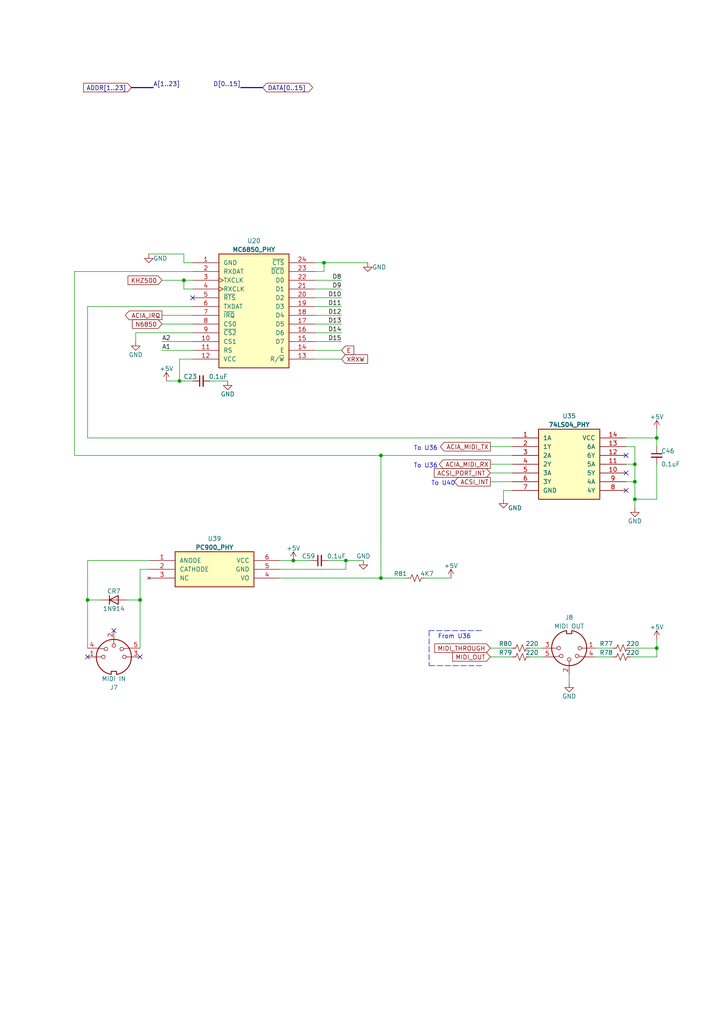
<source format=kicad_sch>
(kicad_sch (version 20211123) (generator eeschema)
  (paper "A4" portrait)
  (title_block (title "Converted schematics of Atari 260/520 ST") (date "2023-04-23") (rev "0") (comment 1 "…sporniket/kicad-conversions--atari-260-520-st-motherboard--c070231") (comment 2 "Original repository : https://github.com/…") (comment 4 "Reference : C070231"))
  (lib_symbols
    (symbol "74x04:74LS04_PHY" (pin_names (offset 1.27))
      (property "Reference" "U" (at 0 0 0))
      (property "Value" "74LS04_PHY" (at 0 0 0))
      (symbol "74LS04_PHY_0_0"
        (rectangle (start -8.89 10.16) (end 8.89 -10.16) (stroke (width 0.254)) (fill (type background)))
        (pin input line (at -16.51 7.62 0) (length 7.62) (name "1A") (number "1"))
        (pin output line (at 16.51 -2.54 180) (length 7.62) (name "5Y") (number "10"))
        (pin input line (at 16.51 0 180) (length 7.62) (name "5A") (number "11"))
        (pin output line (at 16.51 2.54 180) (length 7.62) (name "6Y") (number "12"))
        (pin input line (at 16.51 5.08 180) (length 7.62) (name "6A") (number "13"))
        (pin power_in line (at 16.51 7.62 180) (length 7.62) (name "VCC") (number "14"))
        (pin output line (at -16.51 5.08 0) (length 7.62) (name "1Y") (number "2"))
        (pin input line (at -16.51 2.54 0) (length 7.62) (name "2A") (number "3"))
        (pin output line (at -16.51 0 0) (length 7.62) (name "2Y") (number "4"))
        (pin input line (at -16.51 -2.54 0) (length 7.62) (name "3A") (number "5"))
        (pin output line (at -16.51 -5.08 0) (length 7.62) (name "3Y") (number "6"))
        (pin power_in line (at -16.51 -7.62 0) (length 7.62) (name "GND") (number "7"))
        (pin output line (at 16.51 -7.62 180) (length 7.62) (name "4Y") (number "8"))
        (pin input line (at 16.51 -5.08 180) (length 7.62) (name "4A") (number "9"))
      )
    )
    (symbol "Connector:DIN-5_180degree" (pin_names (offset 1.016))
      (property "Reference" "J" (at 3.175 5.715 0))
      (property "Value" "DIN-5_180degree" (at 0 -6.35 0))
      (symbol "DIN-5_180degree_0_1"
        (arc (start -5.08 0) (mid -3.8597 -3.3379) (end -0.762 -5.08) (stroke (width 0.254)))
        (circle (center -3.048 0) (radius 0.508))
        (circle (center -2.286 2.286) (radius 0.508))
        (polyline (pts (xy -5.08 0) (xy -3.556 0)))
        (polyline (pts (xy 0 5.08) (xy 0 3.81)))
        (polyline (pts (xy 5.08 0) (xy 3.556 0)))
        (polyline (pts (xy -5.08 2.54) (xy -4.318 2.54) (xy -2.794 2.286)))
        (polyline (pts (xy 5.08 2.54) (xy 4.318 2.54) (xy 2.794 2.286)))
        (polyline (pts (xy -0.762 -4.953) (xy -0.762 -4.191) (xy 0.762 -4.191) (xy 0.762 -4.953)) (stroke (width 0.254)))
        (circle (center 0 3.302) (radius 0.508))
        (arc (start 0.762 -5.08) (mid 3.8673 -3.3444) (end 5.08 0) (stroke (width 0.254)))
        (circle (center 2.286 2.286) (radius 0.508))
        (circle (center 3.048 0) (radius 0.508))
        (arc (start 5.08 0) (mid 0 5.08) (end -5.08 0) (stroke (width 0.254)))
      )
      (symbol "DIN-5_180degree_1_1"
        (pin passive line (at -7.62 0 0) (length 2.54) (name "~") (number "1"))
        (pin passive line (at 0 7.62 270) (length 2.54) (name "~") (number "2"))
        (pin passive line (at 7.62 0 180) (length 2.54) (name "~") (number "3"))
        (pin passive line (at -7.62 2.54 0) (length 2.54) (name "~") (number "4"))
        (pin passive line (at 7.62 2.54 180) (length 2.54) (name "~") (number "5"))
      )
    )
    (symbol "Device:C_Small" (pin_numbers hide) (pin_names (offset 0.254) hide)
      (property "Reference" "C" (at 0.254 1.778 0))
      (property "Value" "C_Small" (at 0.254 -2.032 0))
      (symbol "C_Small_0_1"
        (polyline (pts (xy -1.524 -0.508) (xy 1.524 -0.508)) (stroke (width 0.3302)))
        (polyline (pts (xy -1.524 0.508) (xy 1.524 0.508)) (stroke (width 0.3048)))
      )
      (symbol "C_Small_1_1"
        (pin passive line (at 0 2.54 270) (length 2.032) (name "~") (number "1"))
        (pin passive line (at 0 -2.54 90) (length 2.032) (name "~") (number "2"))
      )
    )
    (symbol "Device:D" (pin_numbers hide) (pin_names (offset 1.016) hide)
      (property "Reference" "D" (at 0 2.54 0))
      (property "Value" "D" (at 0 -2.54 0))
      (symbol "D_0_1"
        (polyline (pts (xy -1.27 1.27) (xy -1.27 -1.27)) (stroke (width 0.254)))
        (polyline (pts (xy 1.27 0) (xy -1.27 0)))
        (polyline (pts (xy 1.27 1.27) (xy 1.27 -1.27) (xy -1.27 0) (xy 1.27 1.27)) (stroke (width 0.254)))
      )
      (symbol "D_1_1"
        (pin passive line (at -3.81 0 0) (length 2.54) (name "K") (number "1"))
        (pin passive line (at 3.81 0 180) (length 2.54) (name "A") (number "2"))
      )
    )
    (symbol "Device:R_Small_US" (pin_numbers hide) (pin_names (offset 0.254) hide)
      (property "Reference" "R" (at 0.762 0.508 0))
      (property "Value" "R_Small_US" (at 0.762 -1.016 0))
      (symbol "R_Small_US_1_1"
        (polyline (pts (xy 0 0) (xy 1.016 -0.381) (xy 0 -0.762) (xy -1.016 -1.143) (xy 0 -1.524)))
        (polyline (pts (xy 0 1.524) (xy 1.016 1.143) (xy 0 0.762) (xy -1.016 0.381) (xy 0 0)))
        (pin passive line (at 0 2.54 270) (length 1.016) (name "~") (number "1"))
        (pin passive line (at 0 -2.54 90) (length 1.016) (name "~") (number "2"))
      )
    )
    (symbol "acia:MC6850_PHY" (pin_names (offset 1.27))
      (property "Reference" "U" (at 0 0 0))
      (property "Value" "MC6850_PHY" (at 0 0 0))
      (symbol "MC6850_PHY_0_0"
        (rectangle (start -10.16 16.51) (end 10.16 -16.51) (stroke (width 0.254)) (fill (type background)))
        (pin power_in line (at -17.78 13.97 0) (length 7.62) (name "GND") (number "1"))
        (pin input line (at -17.78 -8.89 0) (length 7.62) (name "CS1") (number "10"))
        (pin input line (at -17.78 -11.43 0) (length 7.62) (name "RS") (number "11"))
        (pin power_in line (at -17.78 -13.97 0) (length 7.62) (name "VCC") (number "12"))
        (pin input line (at 17.78 -13.97 180) (length 7.62) (name "R/~{W}") (number "13"))
        (pin input line (at 17.78 -11.43 180) (length 7.62) (name "E") (number "14"))
        (pin bidirectional line (at 17.78 -8.89 180) (length 7.62) (name "D7") (number "15"))
        (pin bidirectional line (at 17.78 -6.35 180) (length 7.62) (name "D6") (number "16"))
        (pin bidirectional line (at 17.78 -3.81 180) (length 7.62) (name "D5") (number "17"))
        (pin bidirectional line (at 17.78 -1.27 180) (length 7.62) (name "D4") (number "18"))
        (pin bidirectional line (at 17.78 1.27 180) (length 7.62) (name "D3") (number "19"))
        (pin input line (at -17.78 11.43 0) (length 7.62) (name "RXDAT") (number "2"))
        (pin bidirectional line (at 17.78 3.81 180) (length 7.62) (name "D2") (number "20"))
        (pin bidirectional line (at 17.78 6.35 180) (length 7.62) (name "D1") (number "21"))
        (pin bidirectional line (at 17.78 8.89 180) (length 7.62) (name "D0") (number "22"))
        (pin input line (at 17.78 11.43 180) (length 7.62) (name "~{DCD}") (number "23"))
        (pin input line (at 17.78 13.97 180) (length 7.62) (name "~{CTS}") (number "24"))
        (pin input clock (at -17.78 8.89 0) (length 7.62) (name "TXCLK") (number "3"))
        (pin input clock (at -17.78 6.35 0) (length 7.62) (name "RXCLK") (number "4"))
        (pin output line (at -17.78 3.81 0) (length 7.62) (name "~{RTS}") (number "5"))
        (pin output line (at -17.78 1.27 0) (length 7.62) (name "TXDAT") (number "6"))
        (pin open_collector line (at -17.78 -1.27 0) (length 7.62) (name "~{IRQ}") (number "7"))
        (pin input line (at -17.78 -3.81 0) (length 7.62) (name "CS0") (number "8"))
        (pin input line (at -17.78 -6.35 0) (length 7.62) (name "~{CS2}") (number "9"))
      )
    )
    (symbol "pc900-dip6:PC900_PHY" (pin_names (offset 1.27))
      (property "Reference" "U" (at 0 0 0))
      (property "Value" "PC900_PHY" (at 0 0 0))
      (symbol "PC900_PHY_0_0"
        (rectangle (start -11.43 5.08) (end 11.43 -5.08) (stroke (width 0.254)) (fill (type background)))
        (pin input line (at -19.05 2.54 0) (length 7.62) (name "ANODE") (number "1"))
        (pin output line (at -19.05 0 0) (length 7.62) (name "CATHODE") (number "2"))
        (pin no_connect line (at -19.05 -2.54 0) (length 7.62) (name "NC") (number "3"))
        (pin output line (at 19.05 -2.54 180) (length 7.62) (name "VO") (number "4"))
        (pin power_in line (at 19.05 0 180) (length 7.62) (name "GND") (number "5"))
        (pin power_in line (at 19.05 2.54 180) (length 7.62) (name "VCC") (number "6"))
      )
    )
    (symbol "power:+5V" (power) (pin_names (offset 0))
      (property "Value" "+5V" (at 0 3.556 0))
      (symbol "+5V_0_1"
        (polyline (pts (xy -0.762 1.27) (xy 0 2.54)))
        (polyline (pts (xy 0 0) (xy 0 2.54)))
        (polyline (pts (xy 0 2.54) (xy 0.762 1.27)))
      )
      (symbol "+5V_1_1"
        (pin power_in line (at 0 0 90) (length 0) hide (name "+5V") (number "1"))
      )
    )
    (symbol "power:GND" (power) (pin_names (offset 0))
      (property "Value" "GND" (at 0 -3.81 0))
      (symbol "GND_0_1"
        (polyline (pts (xy 0 0) (xy 0 -1.27) (xy 1.27 -1.27) (xy 0 -2.54) (xy -1.27 -1.27) (xy 0 -1.27)))
      )
      (symbol "GND_1_1"
        (pin power_in line (at 0 0 270) (length 0) hide (name "GND") (number "1"))
      )
    )
  )
  (junction (at 100.33 162.56))
  (junction (at 40.64 173.99))
  (junction (at 52.07 110.49))
  (junction (at 184.15 144.78))
  (junction (at 190.5 127))
  (junction (at 93.98 76.2))
  (junction (at 184.15 134.62))
  (junction (at 25.4 173.99))
  (junction (at 184.15 139.7))
  (junction (at 110.49 167.64))
  (junction (at 190.5 187.96))
  (junction (at 110.49 132.08))
  (junction (at 53.34 81.28))
  (junction (at 85.09 162.56))
  (no_connect (at 33.02 182.88))
  (no_connect (at 40.64 190.5))
  (no_connect (at 25.4 190.5))
  (no_connect (at 55.88 86.36))
  (no_connect (at 181.61 137.16))
  (no_connect (at 181.61 132.08))
  (no_connect (at 181.61 142.24))
  (wire (pts (xy 181.61 134.62) (xy 184.15 134.62)))
  (wire (pts (xy 81.28 162.56) (xy 85.09 162.56)))
  (wire (pts (xy 55.88 83.82) (xy 53.34 83.82)))
  (wire (pts (xy 142.24 134.62) (xy 148.59 134.62)))
  (wire (pts (xy 172.72 190.5) (xy 177.8 190.5)))
  (wire (pts (xy 81.28 165.1) (xy 100.33 165.1)))
  (wire (pts (xy 184.15 147.32) (xy 184.15 144.78)))
  (wire (pts (xy 153.67 190.5) (xy 157.48 190.5)))
  (wire (pts (xy 91.44 86.36) (xy 99.06 86.36)))
  (wire (pts (xy 95.25 162.56) (xy 100.33 162.56)))
  (wire (pts (xy 93.98 76.2) (xy 106.68 76.2)))
  (wire (pts (xy 190.5 187.96) (xy 190.5 190.5)))
  (wire (pts (xy 81.28 167.64) (xy 110.49 167.64)))
  (wire (pts (xy 181.61 129.54) (xy 184.15 129.54)))
  (wire (pts (xy 53.34 83.82) (xy 53.34 81.28)))
  (wire (pts (xy 43.18 73.66) (xy 53.34 73.66)))
  (wire (pts (xy 91.44 78.74) (xy 93.98 78.74)))
  (wire (pts (xy 148.59 142.24) (xy 146.05 142.24)))
  (wire (pts (xy 60.96 110.49) (xy 66.04 110.49)))
  (wire (pts (xy 36.83 173.99) (xy 40.64 173.99)))
  (wire (pts (xy 172.72 187.96) (xy 177.8 187.96)))
  (wire (pts (xy 46.99 101.6) (xy 55.88 101.6)))
  (wire (pts (xy 85.09 162.56) (xy 90.17 162.56)))
  (wire (pts (xy 21.59 132.08) (xy 110.49 132.08)))
  (wire (pts (xy 142.24 139.7) (xy 148.59 139.7)))
  (wire (pts (xy 25.4 173.99) (xy 29.21 173.99)))
  (wire (pts (xy 165.1 195.58) (xy 165.1 198.12)))
  (wire (pts (xy 182.88 187.96) (xy 190.5 187.96)))
  (polyline (pts (xy 124.46 193.04) (xy 139.7 193.04)))
  (wire (pts (xy 91.44 91.44) (xy 99.06 91.44)))
  (wire (pts (xy 91.44 81.28) (xy 99.06 81.28)))
  (wire (pts (xy 110.49 167.64) (xy 118.11 167.64)))
  (wire (pts (xy 91.44 96.52) (xy 99.06 96.52)))
  (wire (pts (xy 182.88 190.5) (xy 190.5 190.5)))
  (polyline (pts (xy 139.7 182.88) (xy 124.46 182.88)))
  (wire (pts (xy 21.59 78.74) (xy 21.59 132.08)))
  (wire (pts (xy 43.18 162.56) (xy 25.4 162.56)))
  (wire (pts (xy 110.49 132.08) (xy 148.59 132.08)))
  (wire (pts (xy 25.4 187.96) (xy 25.4 173.99)))
  (wire (pts (xy 190.5 127) (xy 190.5 129.54)))
  (wire (pts (xy 46.99 81.28) (xy 53.34 81.28)))
  (wire (pts (xy 190.5 144.78) (xy 190.5 134.62)))
  (wire (pts (xy 110.49 132.08) (xy 110.49 167.64)))
  (wire (pts (xy 40.64 173.99) (xy 40.64 187.96)))
  (wire (pts (xy 190.5 124.46) (xy 190.5 127)))
  (wire (pts (xy 190.5 185.42) (xy 190.5 187.96)))
  (wire (pts (xy 146.05 142.24) (xy 146.05 144.78)))
  (wire (pts (xy 25.4 88.9) (xy 55.88 88.9)))
  (wire (pts (xy 91.44 101.6) (xy 99.06 101.6)))
  (wire (pts (xy 184.15 134.62) (xy 184.15 139.7)))
  (wire (pts (xy 46.99 91.44) (xy 55.88 91.44)))
  (bus (pts (xy 69.85 25.4) (xy 76.2 25.4)))
  (wire (pts (xy 142.24 187.96) (xy 148.59 187.96)))
  (polyline (pts (xy 124.46 182.88) (xy 124.46 193.04)))
  (wire (pts (xy 25.4 162.56) (xy 25.4 173.99)))
  (wire (pts (xy 123.19 167.64) (xy 130.81 167.64)))
  (wire (pts (xy 53.34 76.2) (xy 55.88 76.2)))
  (wire (pts (xy 55.88 104.14) (xy 52.07 104.14)))
  (wire (pts (xy 52.07 104.14) (xy 52.07 110.49)))
  (wire (pts (xy 184.15 144.78) (xy 190.5 144.78)))
  (wire (pts (xy 46.99 93.98) (xy 55.88 93.98)))
  (wire (pts (xy 21.59 78.74) (xy 55.88 78.74)))
  (wire (pts (xy 25.4 88.9) (xy 25.4 127)))
  (wire (pts (xy 91.44 88.9) (xy 99.06 88.9)))
  (wire (pts (xy 39.37 96.52) (xy 55.88 96.52)))
  (wire (pts (xy 100.33 162.56) (xy 105.41 162.56)))
  (wire (pts (xy 40.64 165.1) (xy 40.64 173.99)))
  (wire (pts (xy 91.44 83.82) (xy 99.06 83.82)))
  (wire (pts (xy 142.24 137.16) (xy 148.59 137.16)))
  (wire (pts (xy 181.61 139.7) (xy 184.15 139.7)))
  (wire (pts (xy 52.07 110.49) (xy 55.88 110.49)))
  (wire (pts (xy 43.18 165.1) (xy 40.64 165.1)))
  (wire (pts (xy 181.61 127) (xy 190.5 127)))
  (wire (pts (xy 91.44 93.98) (xy 99.06 93.98)))
  (wire (pts (xy 93.98 78.74) (xy 93.98 76.2)))
  (wire (pts (xy 153.67 187.96) (xy 157.48 187.96)))
  (wire (pts (xy 142.24 190.5) (xy 148.59 190.5)))
  (wire (pts (xy 39.37 96.52) (xy 39.37 99.06)))
  (bus (pts (xy 38.1 25.4) (xy 44.45 25.4)))
  (wire (pts (xy 142.24 129.54) (xy 148.59 129.54)))
  (wire (pts (xy 48.26 110.49) (xy 52.07 110.49)))
  (wire (pts (xy 100.33 162.56) (xy 100.33 165.1)))
  (wire (pts (xy 184.15 139.7) (xy 184.15 144.78)))
  (wire (pts (xy 46.99 99.06) (xy 55.88 99.06)))
  (wire (pts (xy 91.44 76.2) (xy 93.98 76.2)))
  (wire (pts (xy 91.44 104.14) (xy 99.06 104.14)))
  (wire (pts (xy 91.44 99.06) (xy 99.06 99.06)))
  (wire (pts (xy 53.34 73.66) (xy 53.34 76.2)))
  (wire (pts (xy 184.15 129.54) (xy 184.15 134.62)))
  (wire (pts (xy 25.4 127) (xy 148.59 127)))
  (wire (pts (xy 53.34 81.28) (xy 55.88 81.28)))
  (text "To U40" (at 132.08 140.97 180) (effects (font (size 1.27 1.27)) (justify right bottom)))
  (text "To U36" (at 127 130.81 180) (effects (font (size 1.27 1.27)) (justify right bottom)))
  (text "From U36" (at 127 185.42 0) (effects (font (size 1.27 1.27)) (justify left bottom)))
  (text "To U36" (at 127 135.89 180) (effects (font (size 1.27 1.27)) (justify right bottom)))
  (label "D12" (at 99.06 91.44 180))
  (label "D10" (at 99.06 86.36 180))
  (label "D8" (at 99.06 81.28 180))
  (label "D15" (at 99.06 99.06 180))
  (label "D13" (at 99.06 93.98 180))
  (label "A[1..23]" (at 44.45 25.4 0))
  (label "D11" (at 99.06 88.9 180))
  (label "D[0..15]" (at 69.85 25.4 180))
  (label "A2" (at 46.99 99.06 0))
  (label "D14" (at 99.06 96.52 180))
  (label "A1" (at 46.99 101.6 0))
  (label "D9" (at 99.06 83.82 180))
  (global_label "DATA[0..15]" (shape bidirectional) (at 76.2 25.4 0) (property "Intersheet References" "${INTERSHEET_REFS}" (effects hide)))
  (global_label "ACSI_INT" (shape output) (at 142.24 139.7 180) (property "Intersheet References" "${INTERSHEET_REFS}" (effects hide)))
  (global_label "E" (shape input) (at 99.06 101.6 0) (property "Intersheet References" "${INTERSHEET_REFS}" (effects hide)))
  (global_label "ACIA_MIDI_TX" (shape output) (at 142.24 129.54 180) (property "Intersheet References" "${INTERSHEET_REFS}" (effects hide)))
  (global_label "KHZ500" (shape input) (at 46.99 81.28 180) (property "Intersheet References" "${INTERSHEET_REFS}" (effects hide)))
  (global_label "ACSI_PORT_INT" (shape input) (at 142.24 137.16 180) (property "Intersheet References" "${INTERSHEET_REFS}" (effects hide)))
  (global_label "MIDI_THROUGH" (shape input) (at 142.24 187.96 180) (property "Intersheet References" "${INTERSHEET_REFS}" (effects hide)))
  (global_label "ADDR[1..23]" (shape input) (at 38.1 25.4 180) (property "Intersheet References" "${INTERSHEET_REFS}" (effects hide)))
  (global_label "XRXW" (shape input) (at 99.06 104.14 0) (property "Intersheet References" "${INTERSHEET_REFS}" (effects hide)))
  (global_label "MIDI_OUT" (shape input) (at 142.24 190.5 180) (property "Intersheet References" "${INTERSHEET_REFS}" (effects hide)))
  (global_label "ACIA_MIDI_RX" (shape output) (at 142.24 134.62 180) (property "Intersheet References" "${INTERSHEET_REFS}" (effects hide)))
  (global_label "ACIA_IRQ" (shape output) (at 46.99 91.44 180) (property "Intersheet References" "${INTERSHEET_REFS}" (effects hide)))
  (global_label "N6850" (shape input) (at 46.99 93.98 180) (property "Intersheet References" "${INTERSHEET_REFS}" (effects hide)))
  (symbol (lib_id "Device:C_Small") (at 58.42 110.49 90) (unit 1)
    (property "Reference" "C23" (at 57.15 109.22 90) (effects (justify left)))
    (property "Value" "0.1uF" (at 66.04 109.22 90) (effects (justify left)))
    (property "Footprint" "commons-passives_THT:Passive_THT_capacitor_mlcc_W2.54mm_L12.70mm" (effects hide))
  )
  (symbol (lib_id "Connector:DIN-5_180degree") (at 33.02 190.5 0) (unit 1)
    (property "Reference" "J7" (at 33.02 199.39 0))
    (property "Value" "MIDI IN" (at 33.02 196.85 0))
    (property "Datasheet" "http://www.mouser.com/ds/2/18/40_c091_abd_e-75918.pdf" (effects hide))
  )
  (symbol (lib_id "power:+5V") (at 48.26 110.49 0) (unit 1)
    (property "Reference" "#PWR?" (effects hide))
    (property "Value" "+5V" (at 48.26 106.934 0))
  )
  (symbol (lib_id "power:GND") (at 39.37 99.06 0) (unit 1)
    (property "Reference" "#PWR?" (effects hide))
    (property "Value" "GND" (at 39.37 102.87 0))
  )
  (symbol (lib_id "power:GND") (at 66.04 110.49 0) (unit 1)
    (property "Reference" "#PWR?" (effects hide))
    (property "Value" "GND" (at 66.04 114.3 0))
  )
  (symbol (lib_id "power:+5V") (at 130.81 167.64 0) (unit 1)
    (property "Reference" "#PWR?" (effects hide))
    (property "Value" "+5V" (at 130.81 164.084 0))
  )
  (symbol (lib_id "power:+5V") (at 85.09 162.56 0) (unit 1)
    (property "Reference" "#PWR?" (effects hide))
    (property "Value" "+5V" (at 85.09 159.004 0))
  )
  (symbol (lib_id "power:GND") (at 106.68 76.2 0) (unit 1)
    (property "Reference" "#PWR?" (effects hide))
    (property "Value" "GND" (at 107.95 77.47 0) (effects (justify left)))
  )
  (symbol (lib_id "Device:R_Small_US") (at 120.65 167.64 270) (unit 1)
    (property "Reference" "R81" (at 118.11 166.37 90) (effects (justify right)))
    (property "Value" "4K7" (at 121.92 166.37 90) (effects (justify left)))
  )
  (symbol (lib_id "acia:MC6850_PHY") (at 73.66 90.17 0) (unit 1)
    (property "Reference" "U20" (at 73.66 69.85 0))
    (property "Value" "MC6850_PHY" (at 73.66 72.39 0) (effects (font bold)))
    (property "Footprint" "Package_DIP:DIP-24_W15.24mm_LongPads" (effects hide))
    (property "Datasheet" "https://docs.dev-docs.org/htm/search.php?find=%28ACIA%29+%5B1985%5D" (effects hide))
  )
  (symbol (lib_id "power:GND") (at 165.1 198.12 0) (unit 1)
    (property "Reference" "#PWR?" (effects hide))
    (property "Value" "GND" (at 165.1 201.93 0))
  )
  (symbol (lib_id "power:+5V") (at 190.5 185.42 0) (unit 1)
    (property "Reference" "#PWR?" (effects hide))
    (property "Value" "+5V" (at 190.5 181.864 0))
  )
  (symbol (lib_id "Device:R_Small_US") (at 151.13 187.96 270) (unit 1)
    (property "Reference" "R80" (at 148.59 186.69 90) (effects (justify right)))
    (property "Value" "220" (at 152.4 186.69 90) (effects (justify left)))
  )
  (symbol (lib_id "Device:R_Small_US") (at 180.34 190.5 270) (unit 1)
    (property "Reference" "R78" (at 177.8 189.23 90) (effects (justify right)))
    (property "Value" "220" (at 181.61 189.23 90) (effects (justify left)))
  )
  (symbol (lib_id "power:GND") (at 184.15 147.32 0) (unit 1)
    (property "Reference" "#PWR?" (effects hide))
    (property "Value" "GND" (at 184.15 151.13 0))
  )
  (symbol (lib_id "power:+5V") (at 190.5 124.46 0) (unit 1)
    (property "Reference" "#PWR?" (effects hide))
    (property "Value" "+5V" (at 190.5 120.904 0))
  )
  (symbol (lib_id "Connector:DIN-5_180degree") (at 165.1 187.96 180) (unit 1)
    (property "Reference" "J8" (at 165.1 179.07 0))
    (property "Value" "MIDI OUT" (at 165.1 181.61 0))
    (property "Datasheet" "http://www.mouser.com/ds/2/18/40_c091_abd_e-75918.pdf" (effects hide))
  )
  (symbol (lib_id "Device:R_Small_US") (at 151.13 190.5 270) (unit 1)
    (property "Reference" "R79" (at 148.59 189.23 90) (effects (justify right)))
    (property "Value" "220" (at 152.4 189.23 90) (effects (justify left)))
  )
  (symbol (lib_id "power:GND") (at 146.05 144.78 0) (unit 1)
    (property "Reference" "#PWR?" (effects hide))
    (property "Value" "GND" (at 147.32 147.32 0) (effects (justify left)))
  )
  (symbol (lib_id "power:GND") (at 43.18 73.66 0) (unit 1)
    (property "Reference" "#PWR?" (effects hide))
    (property "Value" "GND" (at 44.45 74.93 0) (effects (justify left)))
  )
  (symbol (lib_id "Device:C_Small") (at 92.71 162.56 90) (unit 1)
    (property "Reference" "C59" (at 91.44 161.29 90) (effects (justify left)))
    (property "Value" "0.1uF" (at 100.33 161.29 90) (effects (justify left)))
    (property "Footprint" "commons-passives_THT:Passive_THT_capacitor_mlcc_W2.54mm_L12.70mm" (effects hide))
  )
  (symbol (lib_id "Device:R_Small_US") (at 180.34 187.96 270) (unit 1)
    (property "Reference" "R77" (at 177.8 186.69 90) (effects (justify right)))
    (property "Value" "220" (at 181.61 186.69 90) (effects (justify left)))
  )
  (symbol (lib_id "pc900-dip6:PC900_PHY") (at 62.23 165.1 0) (unit 1)
    (property "Reference" "U39" (at 62.23 156.21 0))
    (property "Value" "PC900_PHY" (at 62.23 158.75 0) (effects (font bold)))
    (property "Footprint" "Package_DIP:DIP-6_W7.62mm_LongPads" (effects hide))
    (property "Datasheet" "https://pdf1.alldatasheet.com/datasheet-pdf/view/43383/SHARP/PC900V/+33_8WUO.vRPbSGDABc+/datasheet.pdf" (effects hide))
  )
  (symbol (lib_id "Device:C_Small") (at 190.5 132.08 0) (unit 1)
    (property "Reference" "C46" (at 191.77 130.81 0) (effects (justify left)))
    (property "Value" "0.1uF" (at 191.77 134.62 0) (effects (justify left)))
    (property "Footprint" "commons-passives_THT:Passive_THT_capacitor_mlcc_W2.54mm_L12.70mm" (effects hide))
  )
  (symbol (lib_id "Device:D") (at 33.02 173.99 0) (unit 1)
    (property "Reference" "CR7" (at 33.02 171.45 0))
    (property "Value" "1N914" (at 33.02 176.53 0))
  )
  (symbol (lib_id "74x04:74LS04_PHY") (at 165.1 134.62 0) (unit 1)
    (property "Reference" "U35" (at 165.1 120.65 0))
    (property "Value" "74LS04_PHY" (at 165.1 123.19 0) (effects (font bold)))
    (property "Footprint" "Package_DIP:DIP-14_W7.62mm_LongPads" (effects hide))
    (property "Datasheet" "https://www.ti.com/lit/ds/symlink/sn74ls04.pdf" (effects hide))
  )
  (symbol (lib_id "power:GND") (at 105.41 162.56 0) (unit 1)
    (property "Reference" "#PWR?" (effects hide))
    (property "Value" "GND" (at 105.41 161.29 0))
  )
)
</source>
